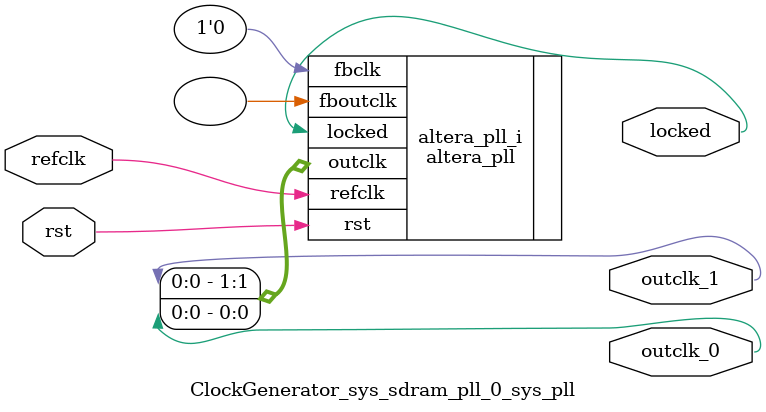
<source format=v>
`timescale 1ns/10ps
module  ClockGenerator_sys_sdram_pll_0_sys_pll(

	// interface 'refclk'
	input wire refclk,

	// interface 'reset'
	input wire rst,

	// interface 'outclk0'
	output wire outclk_0,

	// interface 'outclk1'
	output wire outclk_1,

	// interface 'locked'
	output wire locked
);

	altera_pll #(
		.fractional_vco_multiplier("false"),
		.reference_clock_frequency("50.0 MHz"),
		.operation_mode("direct"),
		.number_of_clocks(2),
		.output_clock_frequency0("200.000000 MHz"),
		.phase_shift0("0 ps"),
		.duty_cycle0(50),
		.output_clock_frequency1("200.000000 MHz"),
		.phase_shift1("-3000 ps"),
		.duty_cycle1(50),
		.output_clock_frequency2("0 MHz"),
		.phase_shift2("0 ps"),
		.duty_cycle2(50),
		.output_clock_frequency3("0 MHz"),
		.phase_shift3("0 ps"),
		.duty_cycle3(50),
		.output_clock_frequency4("0 MHz"),
		.phase_shift4("0 ps"),
		.duty_cycle4(50),
		.output_clock_frequency5("0 MHz"),
		.phase_shift5("0 ps"),
		.duty_cycle5(50),
		.output_clock_frequency6("0 MHz"),
		.phase_shift6("0 ps"),
		.duty_cycle6(50),
		.output_clock_frequency7("0 MHz"),
		.phase_shift7("0 ps"),
		.duty_cycle7(50),
		.output_clock_frequency8("0 MHz"),
		.phase_shift8("0 ps"),
		.duty_cycle8(50),
		.output_clock_frequency9("0 MHz"),
		.phase_shift9("0 ps"),
		.duty_cycle9(50),
		.output_clock_frequency10("0 MHz"),
		.phase_shift10("0 ps"),
		.duty_cycle10(50),
		.output_clock_frequency11("0 MHz"),
		.phase_shift11("0 ps"),
		.duty_cycle11(50),
		.output_clock_frequency12("0 MHz"),
		.phase_shift12("0 ps"),
		.duty_cycle12(50),
		.output_clock_frequency13("0 MHz"),
		.phase_shift13("0 ps"),
		.duty_cycle13(50),
		.output_clock_frequency14("0 MHz"),
		.phase_shift14("0 ps"),
		.duty_cycle14(50),
		.output_clock_frequency15("0 MHz"),
		.phase_shift15("0 ps"),
		.duty_cycle15(50),
		.output_clock_frequency16("0 MHz"),
		.phase_shift16("0 ps"),
		.duty_cycle16(50),
		.output_clock_frequency17("0 MHz"),
		.phase_shift17("0 ps"),
		.duty_cycle17(50),
		.pll_type("General"),
		.pll_subtype("General")
	) altera_pll_i (
		.rst	(rst),
		.outclk	({outclk_1, outclk_0}),
		.locked	(locked),
		.fboutclk	( ),
		.fbclk	(1'b0),
		.refclk	(refclk)
	);
endmodule


</source>
